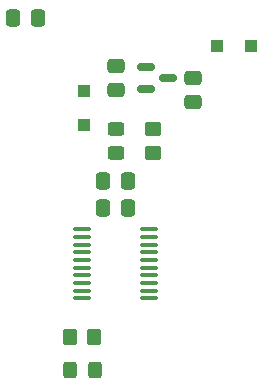
<source format=gbr>
%TF.GenerationSoftware,KiCad,Pcbnew,(6.0.0)*%
%TF.CreationDate,2022-04-08T13:22:10+02:00*%
%TF.ProjectId,STM32G030F6P6,53544d33-3247-4303-9330-463650362e6b,rev?*%
%TF.SameCoordinates,Original*%
%TF.FileFunction,Paste,Top*%
%TF.FilePolarity,Positive*%
%FSLAX46Y46*%
G04 Gerber Fmt 4.6, Leading zero omitted, Abs format (unit mm)*
G04 Created by KiCad (PCBNEW (6.0.0)) date 2022-04-08 13:22:10*
%MOMM*%
%LPD*%
G01*
G04 APERTURE LIST*
G04 Aperture macros list*
%AMRoundRect*
0 Rectangle with rounded corners*
0 $1 Rounding radius*
0 $2 $3 $4 $5 $6 $7 $8 $9 X,Y pos of 4 corners*
0 Add a 4 corners polygon primitive as box body*
4,1,4,$2,$3,$4,$5,$6,$7,$8,$9,$2,$3,0*
0 Add four circle primitives for the rounded corners*
1,1,$1+$1,$2,$3*
1,1,$1+$1,$4,$5*
1,1,$1+$1,$6,$7*
1,1,$1+$1,$8,$9*
0 Add four rect primitives between the rounded corners*
20,1,$1+$1,$2,$3,$4,$5,0*
20,1,$1+$1,$4,$5,$6,$7,0*
20,1,$1+$1,$6,$7,$8,$9,0*
20,1,$1+$1,$8,$9,$2,$3,0*%
G04 Aperture macros list end*
%ADD10R,1.100000X1.100000*%
%ADD11RoundRect,0.250000X0.450000X-0.325000X0.450000X0.325000X-0.450000X0.325000X-0.450000X-0.325000X0*%
%ADD12RoundRect,0.250000X0.350000X0.450000X-0.350000X0.450000X-0.350000X-0.450000X0.350000X-0.450000X0*%
%ADD13RoundRect,0.250000X-0.450000X0.350000X-0.450000X-0.350000X0.450000X-0.350000X0.450000X0.350000X0*%
%ADD14RoundRect,0.150000X-0.587500X-0.150000X0.587500X-0.150000X0.587500X0.150000X-0.587500X0.150000X0*%
%ADD15RoundRect,0.250000X-0.337500X-0.475000X0.337500X-0.475000X0.337500X0.475000X-0.337500X0.475000X0*%
%ADD16RoundRect,0.250000X-0.475000X0.337500X-0.475000X-0.337500X0.475000X-0.337500X0.475000X0.337500X0*%
%ADD17RoundRect,0.250000X0.475000X-0.337500X0.475000X0.337500X-0.475000X0.337500X-0.475000X-0.337500X0*%
%ADD18RoundRect,0.250000X0.325000X0.450000X-0.325000X0.450000X-0.325000X-0.450000X0.325000X-0.450000X0*%
%ADD19RoundRect,0.100000X-0.637500X-0.100000X0.637500X-0.100000X0.637500X0.100000X-0.637500X0.100000X0*%
%ADD20RoundRect,0.250000X0.337500X0.475000X-0.337500X0.475000X-0.337500X-0.475000X0.337500X-0.475000X0*%
G04 APERTURE END LIST*
D10*
%TO.C,D4*%
X126873000Y-94488000D03*
X126873000Y-97288000D03*
%TD*%
D11*
%TO.C,D1*%
X129565000Y-99695000D03*
X129565000Y-97645000D03*
%TD*%
D10*
%TO.C,D3*%
X138173000Y-90678000D03*
X140973000Y-90678000D03*
%TD*%
D12*
%TO.C,R2*%
X127730000Y-115316000D03*
X125730000Y-115316000D03*
%TD*%
D13*
%TO.C,R1*%
X132740000Y-97695000D03*
X132740000Y-99695000D03*
%TD*%
D14*
%TO.C,U1*%
X134010000Y-93345000D03*
X132135000Y-94295000D03*
X132135000Y-92395000D03*
%TD*%
D15*
%TO.C,C2*%
X128524000Y-102108000D03*
X130599000Y-102108000D03*
%TD*%
D16*
%TO.C,C1*%
X136144000Y-93345000D03*
X136144000Y-95420000D03*
%TD*%
D15*
%TO.C,C5*%
X128524000Y-104394000D03*
X130599000Y-104394000D03*
%TD*%
D17*
%TO.C,C4*%
X129565000Y-94382500D03*
X129565000Y-92307500D03*
%TD*%
D18*
%TO.C,D2*%
X127780000Y-118110000D03*
X125730000Y-118110000D03*
%TD*%
D19*
%TO.C,U2*%
X126665000Y-106146500D03*
X126665000Y-106796500D03*
X126665000Y-107446500D03*
X126665000Y-108096500D03*
X126665000Y-108746500D03*
X126665000Y-109396500D03*
X126665000Y-110046500D03*
X126665000Y-110696500D03*
X126665000Y-111346500D03*
X126665000Y-111996500D03*
X132390000Y-111996500D03*
X132390000Y-111346500D03*
X132390000Y-110696500D03*
X132390000Y-110046500D03*
X132390000Y-109396500D03*
X132390000Y-108746500D03*
X132390000Y-108096500D03*
X132390000Y-107446500D03*
X132390000Y-106796500D03*
X132390000Y-106146500D03*
%TD*%
D20*
%TO.C,C3*%
X122957500Y-88265000D03*
X120882500Y-88265000D03*
%TD*%
M02*

</source>
